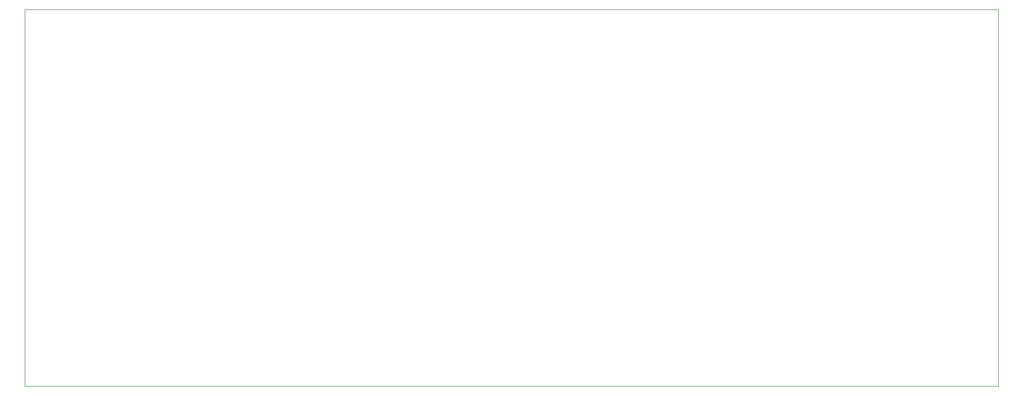
<source format=gbr>
%TF.GenerationSoftware,KiCad,Pcbnew,8.0.3*%
%TF.CreationDate,2024-11-15T02:32:20-08:00*%
%TF.ProjectId,Power_Distribution,506f7765-725f-4446-9973-747269627574,rev?*%
%TF.SameCoordinates,Original*%
%TF.FileFunction,Profile,NP*%
%FSLAX46Y46*%
G04 Gerber Fmt 4.6, Leading zero omitted, Abs format (unit mm)*
G04 Created by KiCad (PCBNEW 8.0.3) date 2024-11-15 02:32:20*
%MOMM*%
%LPD*%
G01*
G04 APERTURE LIST*
%TA.AperFunction,Profile*%
%ADD10C,0.100000*%
%TD*%
G04 APERTURE END LIST*
D10*
X145681539Y-89067757D02*
X302406243Y-89067757D01*
X302406243Y-149776461D01*
X145681539Y-149776461D01*
X145681539Y-89067757D01*
M02*

</source>
